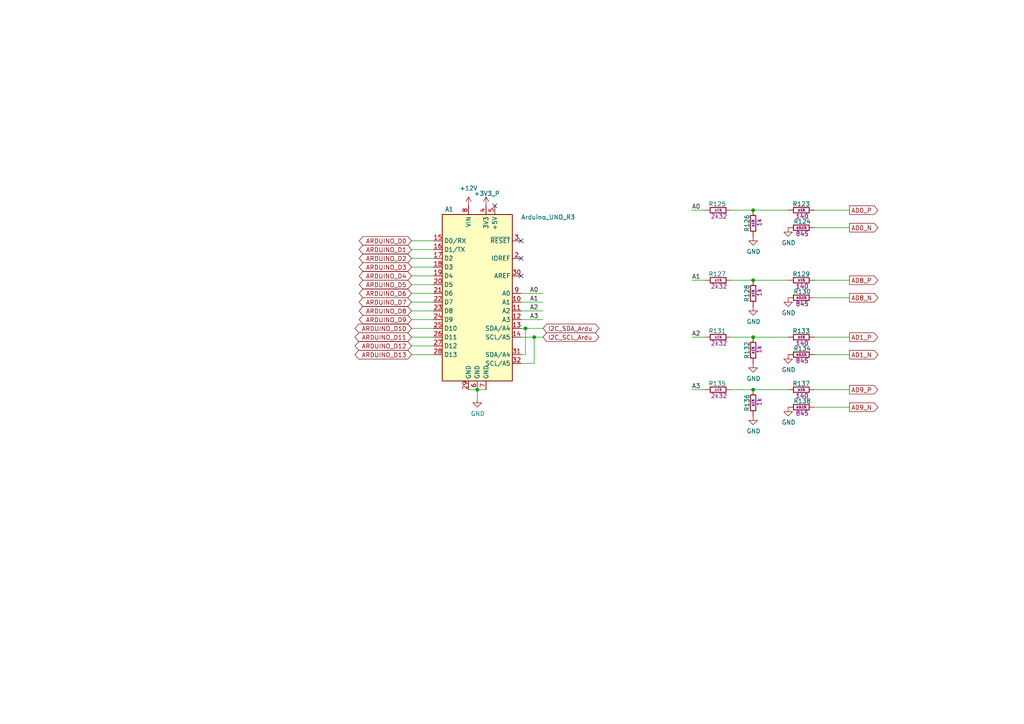
<source format=kicad_sch>
(kicad_sch (version 20250114) (generator "eeschema") (generator_version "9.0")
  (paper "A4")
  (title_block (date "2025-04-18") (rev "${rev}") (company "${name}") (comment 1 "${author}"))
  (lib_symbols
    (symbol "MCU_Module:Arduino_UNO_R3"
      (property "Reference" "A1" (at -9.398 24.384 0))
      (property "Value" "Arduino_UNO_R3" (at 12.7 22.098 0))
      (symbol "Arduino_UNO_R3_1_1"
        (pin bidirectional line (at -12.7 15.24 0) (length 2.54) (name "D0/RX") (number "15"))
        (pin bidirectional line (at -12.7 12.7 0) (length 2.54) (name "D1/TX") (number "16"))
        (pin bidirectional line (at -12.7 10.16 0) (length 2.54) (name "D2") (number "17"))
        (pin bidirectional line (at -12.7 7.62 0) (length 2.54) (name "D3") (number "18"))
        (pin bidirectional line (at -12.7 5.08 0) (length 2.54) (name "D4") (number "19"))
        (pin bidirectional line (at -12.7 2.54 0) (length 2.54) (name "D5") (number "20"))
        (pin bidirectional line (at -12.7 0 0) (length 2.54) (name "D6") (number "21"))
        (pin bidirectional line (at -12.7 -2.54 0) (length 2.54) (name "D7") (number "22"))
        (pin bidirectional line (at -12.7 -5.08 0) (length 2.54) (name "D8") (number "23"))
        (pin bidirectional line (at -12.7 -7.62 0) (length 2.54) (name "D9") (number "24"))
        (pin bidirectional line (at -12.7 -10.16 0) (length 2.54) (name "D10") (number "25"))
        (pin bidirectional line (at -12.7 -12.7 0) (length 2.54) (name "D11") (number "26"))
        (pin bidirectional line (at -12.7 -15.24 0) (length 2.54) (name "D12") (number "27"))
        (pin bidirectional line (at -12.7 -17.78 0) (length 2.54) (name "D13") (number "28"))
        (pin no_connect line (at -10.16 -20.32 0) (length 2.54) (hide yes) (name "NC") (number "1"))
        (pin power_in line (at -2.54 25.4 270) (length 2.54) (name "VIN") (number "8"))
        (pin power_in line (at -2.54 -27.94 90) (length 2.54) (name "GND") (number "29"))
        (pin power_in line (at 0 -27.94 90) (length 2.54) (name "GND") (number "6"))
        (pin power_in line (at 2.54 25.4 270) (length 2.54) (name "3V3") (number "4"))
        (pin power_in line (at 2.54 -27.94 90) (length 2.54) (name "GND") (number "7"))
        (pin power_out line (at 5.08 25.4 270) (length 2.54) (name "+5V") (number "5"))
        (pin input line (at 12.7 15.24 180) (length 2.54) (name "~{RESET}") (number "3"))
        (pin output line (at 12.7 10.16 180) (length 2.54) (name "IOREF") (number "2"))
        (pin input line (at 12.7 5.08 180) (length 2.54) (name "AREF") (number "30"))
        (pin bidirectional line (at 12.7 0 180) (length 2.54) (name "A0") (number "9"))
        (pin bidirectional line (at 12.7 -2.54 180) (length 2.54) (name "A1") (number "10"))
        (pin bidirectional line (at 12.7 -5.08 180) (length 2.54) (name "A2") (number "11"))
        (pin bidirectional line (at 12.7 -7.62 180) (length 2.54) (name "A3") (number "12"))
        (pin bidirectional line (at 12.7 -10.16 180) (length 2.54) (name "SDA/A4") (number "13"))
        (pin bidirectional line (at 12.7 -12.7 180) (length 2.54) (name "SCL/A5") (number "14"))
        (pin bidirectional line (at 12.7 -17.78 180) (length 2.54) (name "SDA/A4") (number "31"))
        (pin bidirectional line (at 12.7 -20.32 180) (length 2.54) (name "SCL/A5") (number "32"))
      )
    )
    (symbol "Resistors SMD:R0402_140R_1%_0.0625W_100PPM" (pin_names (offset 1.27))
      (property "Reference" "R" (at 3.81 1.778 0))
      (property "Tolerance" "±1%" (at 3.81 0 0))
      (property "Val" "140" (at 3.81 -1.778 0))
      (symbol "R0402_140R_1%_0.0625W_100PPM_0_1"
        (pin passive line (at 0 0 0) (length 1.524) (name "1") (number "1"))
        (pin passive line (at 7.62 0 180) (length 1.524) (name "2") (number "2"))
      )
    )
    (symbol "Resistors SMD:R0402_1K_1%_0.0625W_100PPM" (pin_names (offset 1.27))
      (property "Reference" "R" (at 3.81 1.778 0))
      (property "Tolerance" "±1%" (at 3.81 0 0))
      (property "Val" "1k" (at 3.81 -1.778 0))
      (symbol "R0402_1K_1%_0.0625W_100PPM_0_1"
        (pin passive line (at 0 0 0) (length 1.524) (name "1") (number "1"))
        (pin passive line (at 7.62 0 180) (length 1.524) (name "2") (number "2"))
      )
    )
    (symbol "Resistors SMD:R0402_2K_1%_0.0625W_100PPM" (pin_names (offset 1.27))
      (property "Reference" "R" (at 3.81 1.778 0))
      (property "Tolerance" "±1%" (at 3.81 0 0))
      (property "Val" "2k" (at 3.81 -1.778 0))
      (symbol "R0402_2K_1%_0.0625W_100PPM_0_1"
        (pin passive line (at 0 0 0) (length 1.524) (name "1") (number "1"))
        (pin passive line (at 7.62 0 180) (length 1.524) (name "2") (number "2"))
      )
    )
    (symbol "Resistors SMD:R0402_820R_0.1%_0.063W_25PPM" (pin_names (offset 1.27))
      (property "Reference" "R" (at 3.81 1.778 0))
      (property "Tolerance" "±0.1%" (at 3.81 0 0))
      (property "Val" "820" (at 3.81 -1.778 0))
      (symbol "R0402_820R_0.1%_0.063W_25PPM_0_1"
        (pin passive line (at 0 0 0) (length 1.524) (name "1") (number "1"))
        (pin passive line (at 7.62 0 180) (length 1.524) (name "2") (number "2"))
      )
    )
    (symbol "power:+12V" (power) (pin_numbers (hide yes)) (pin_names (offset 0) (hide yes))
      (property "Value" "+12V" (at 0 3.556 0))
      (symbol "+12V_1_1"
        (pin power_in line (at 0 0 90) (length 0) (name "~") (number "1"))
      )
    )
    (symbol "power:+1V0" (power) (pin_numbers (hide yes)) (pin_names (offset 0) (hide yes))
      (property "Value" "+1V0" (at 0 3.556 0))
      (symbol "+1V0_1_1"
        (pin power_in line (at 0 0 90) (length 0) (name "~") (number "1"))
      )
    )
    (symbol "power:GND" (power) (pin_names (offset 0))
      (property "Value" "GND" (at 0 -3.81 0))
      (symbol "GND_1_1"
        (pin power_in line (at 0 0 270) (length 0) (hide yes) (name "GND") (number "1"))
      )
    )
  )
  (junction (at 154.94 97.79))
  (junction (at 218.44 81.28))
  (junction (at 218.44 60.96))
  (junction (at 138.43 113.03))
  (junction (at 218.44 97.79))
  (junction (at 218.44 113.03))
  (junction (at 152.4 95.25))
  (no_connect (at 151.13 69.85))
  (no_connect (at 151.13 74.93))
  (no_connect (at 151.13 80.01))
  (no_connect (at 143.51 59.69))
  (wire (pts (xy 236.22 113.03) (xy 246.38 113.03)))
  (wire (pts (xy 212.09 97.79) (xy 218.44 97.79)))
  (wire (pts (xy 119.38 77.47) (xy 125.73 77.47)))
  (wire (pts (xy 212.09 113.03) (xy 218.44 113.03)))
  (wire (pts (xy 151.13 102.87) (xy 152.4 102.87)))
  (wire (pts (xy 151.13 97.79) (xy 154.94 97.79)))
  (wire (pts (xy 151.13 87.63) (xy 157.48 87.63)))
  (wire (pts (xy 236.22 66.04) (xy 246.38 66.04)))
  (wire (pts (xy 200.66 81.28) (xy 204.47 81.28)))
  (wire (pts (xy 200.66 113.03) (xy 204.47 113.03)))
  (wire (pts (xy 119.38 74.93) (xy 125.73 74.93)))
  (wire (pts (xy 119.38 97.79) (xy 125.73 97.79)))
  (wire (pts (xy 200.66 60.96) (xy 204.47 60.96)))
  (wire (pts (xy 236.22 86.36) (xy 246.38 86.36)))
  (wire (pts (xy 200.66 97.79) (xy 204.47 97.79)))
  (wire (pts (xy 151.13 90.17) (xy 157.48 90.17)))
  (wire (pts (xy 135.89 113.03) (xy 138.43 113.03)))
  (wire (pts (xy 119.38 90.17) (xy 125.73 90.17)))
  (wire (pts (xy 236.22 81.28) (xy 246.38 81.28)))
  (wire (pts (xy 151.13 92.71) (xy 157.48 92.71)))
  (wire (pts (xy 138.43 113.03) (xy 138.43 115.57)))
  (wire (pts (xy 236.22 97.79) (xy 246.38 97.79)))
  (wire (pts (xy 138.43 113.03) (xy 140.97 113.03)))
  (wire (pts (xy 212.09 60.96) (xy 218.44 60.96)))
  (wire (pts (xy 151.13 105.41) (xy 154.94 105.41)))
  (wire (pts (xy 218.44 113.03) (xy 228.6 113.03)))
  (wire (pts (xy 236.22 118.11) (xy 246.38 118.11)))
  (wire (pts (xy 152.4 102.87) (xy 152.4 95.25)))
  (wire (pts (xy 119.38 72.39) (xy 125.73 72.39)))
  (wire (pts (xy 151.13 85.09) (xy 157.48 85.09)))
  (wire (pts (xy 119.38 82.55) (xy 125.73 82.55)))
  (wire (pts (xy 218.44 81.28) (xy 228.6 81.28)))
  (wire (pts (xy 151.13 95.25) (xy 152.4 95.25)))
  (wire (pts (xy 119.38 69.85) (xy 125.73 69.85)))
  (wire (pts (xy 236.22 102.87) (xy 246.38 102.87)))
  (wire (pts (xy 119.38 100.33) (xy 125.73 100.33)))
  (wire (pts (xy 119.38 102.87) (xy 125.73 102.87)))
  (wire (pts (xy 154.94 97.79) (xy 154.94 105.41)))
  (wire (pts (xy 236.22 60.96) (xy 246.38 60.96)))
  (wire (pts (xy 218.44 97.79) (xy 228.6 97.79)))
  (wire (pts (xy 218.44 60.96) (xy 228.6 60.96)))
  (wire (pts (xy 119.38 80.01) (xy 125.73 80.01)))
  (wire (pts (xy 119.38 87.63) (xy 125.73 87.63)))
  (wire (pts (xy 119.38 95.25) (xy 125.73 95.25)))
  (wire (pts (xy 154.94 97.79) (xy 157.48 97.79)))
  (wire (pts (xy 119.38 85.09) (xy 125.73 85.09)))
  (wire (pts (xy 119.38 92.71) (xy 125.73 92.71)))
  (wire (pts (xy 152.4 95.25) (xy 157.48 95.25)))
  (wire (pts (xy 212.09 81.28) (xy 218.44 81.28)))
  (label "A1" (at 153.67 87.63 0))
  (label "A1" (at 200.66 81.28 0))
  (label "A3" (at 153.67 92.71 0))
  (label "A0" (at 200.66 60.96 0))
  (label "A2" (at 200.66 97.79 0))
  (label "A3" (at 200.66 113.03 0))
  (label "A0" (at 153.67 85.09 0))
  (label "A2" (at 153.67 90.17 0))
  (global_label "I2C_SCL_Ardu" (shape bidirectional) (at 157.48 97.79 0) (property "Intersheetrefs" "${INTERSHEET_REFS}" (effects (hide yes))))
  (global_label "ARDUINO_D8" (shape bidirectional) (at 119.38 90.17 180) (property "Intersheetrefs" "${INTERSHEET_REFS}" (effects (hide yes))))
  (global_label "AD9_P" (shape output) (at 246.38 113.03 0) (property "Intersheetrefs" "${INTERSHEET_REFS}" (effects (hide yes))))
  (global_label "AD0_P" (shape output) (at 246.38 60.96 0) (property "Intersheetrefs" "${INTERSHEET_REFS}" (effects (hide yes))))
  (global_label "AD1_N" (shape output) (at 246.38 102.87 0) (property "Intersheetrefs" "${INTERSHEET_REFS}" (effects (hide yes))))
  (global_label "ARDUINO_D13" (shape bidirectional) (at 119.38 102.87 180) (property "Intersheetrefs" "${INTERSHEET_REFS}" (effects (hide yes))))
  (global_label "ARDUINO_D0" (shape bidirectional) (at 119.38 69.85 180) (property "Intersheetrefs" "${INTERSHEET_REFS}" (effects (hide yes))))
  (global_label "ARDUINO_D5" (shape bidirectional) (at 119.38 82.55 180) (property "Intersheetrefs" "${INTERSHEET_REFS}" (effects (hide yes))))
  (global_label "ARDUINO_D1" (shape bidirectional) (at 119.38 72.39 180) (property "Intersheetrefs" "${INTERSHEET_REFS}" (effects (hide yes))))
  (global_label "AD9_N" (shape output) (at 246.38 118.11 0) (property "Intersheetrefs" "${INTERSHEET_REFS}" (effects (hide yes))))
  (global_label "AD8_P" (shape output) (at 246.38 81.28 0) (property "Intersheetrefs" "${INTERSHEET_REFS}" (effects (hide yes))))
  (global_label "ARDUINO_D9" (shape bidirectional) (at 119.38 92.71 180) (property "Intersheetrefs" "${INTERSHEET_REFS}" (effects (hide yes))))
  (global_label "ARDUINO_D11" (shape bidirectional) (at 119.38 97.79 180) (property "Intersheetrefs" "${INTERSHEET_REFS}" (effects (hide yes))))
  (global_label "ARDUINO_D2" (shape bidirectional) (at 119.38 74.93 180) (property "Intersheetrefs" "${INTERSHEET_REFS}" (effects (hide yes))))
  (global_label "ARDUINO_D12" (shape bidirectional) (at 119.38 100.33 180) (property "Intersheetrefs" "${INTERSHEET_REFS}" (effects (hide yes))))
  (global_label "ARDUINO_D4" (shape bidirectional) (at 119.38 80.01 180) (property "Intersheetrefs" "${INTERSHEET_REFS}" (effects (hide yes))))
  (global_label "ARDUINO_D10" (shape bidirectional) (at 119.38 95.25 180) (property "Intersheetrefs" "${INTERSHEET_REFS}" (effects (hide yes))))
  (global_label "AD8_N" (shape output) (at 246.38 86.36 0) (property "Intersheetrefs" "${INTERSHEET_REFS}" (effects (hide yes))))
  (global_label "ARDUINO_D3" (shape bidirectional) (at 119.38 77.47 180) (property "Intersheetrefs" "${INTERSHEET_REFS}" (effects (hide yes))))
  (global_label "AD1_P" (shape output) (at 246.38 97.79 0) (property "Intersheetrefs" "${INTERSHEET_REFS}" (effects (hide yes))))
  (global_label "ARDUINO_D6" (shape bidirectional) (at 119.38 85.09 180) (property "Intersheetrefs" "${INTERSHEET_REFS}" (effects (hide yes))))
  (global_label "ARDUINO_D7" (shape bidirectional) (at 119.38 87.63 180) (property "Intersheetrefs" "${INTERSHEET_REFS}" (effects (hide yes))))
  (global_label "AD0_N" (shape output) (at 246.38 66.04 0) (property "Intersheetrefs" "${INTERSHEET_REFS}" (effects (hide yes))))
  (global_label "I2C_SDA_Ardu" (shape bidirectional) (at 157.48 95.25 0) (property "Intersheetrefs" "${INTERSHEET_REFS}" (effects (hide yes))))
  (symbol (lib_id "Resistors SMD:R0402_820R_0.1%_0.063W_25PPM") (at 228.6 102.87 0) (unit 1)
    (property "Reference" "R134" (at 232.664 101.092 0))
    (property "Value" "R0402_845R_0.1%_0.063W_25PPM" (effects (hide yes)))
    (property "Footprint" "Resistors SMD:RESC1005X40N" (effects (hide yes)))
    (property "Datasheet" "\\\\cern.ch\\dfs\\Applications\\Altium\\Datasheets\\R0402_TYCO_CPF.pdf" (effects (hide yes)))
    (property "Description" "Thin Film Precision Resistor" (effects (hide yes)))
    (property "Tolerance" "±0.1%" (at 232.41 102.87 0) (effects (font (size 0.635 0.635))))
    (property "Val" "845" (at 232.664 104.648 0))
    (property "Part Number" "R0402_845R_0.1%_0.063W_25PPM" (effects (hide yes)))
    (property "Library Ref" "Resistor - 0.1%" (effects (hide yes)))
    (property "Library Path" "SchLib\\Resistors.SchLib" (effects (hide yes)))
    (property "Comment" "845" (effects (hide yes)))
    (property "Component Kind" "Standard" (effects (hide yes)))
    (property "Component Type" "Standard" (effects (hide yes)))
    (property "PackageDescription" " " (effects (hide yes)))
    (property "Pin Count" "2" (effects (hide yes)))
    (property "Footprint Path" "PcbLib\\Resistors SMD.PcbLib" (effects (hide yes)))
    (property "Footprint Ref" "RESC1005X40N" (effects (hide yes)))
    (property "Status" "Not Recommended" (effects (hide yes)))
    (property "Power" "0.063W" (effects (hide yes)))
    (property "TC" "±25ppm/°C" (effects (hide yes)))
    (property "Voltage" " " (effects (hide yes)))
    (property "Part Description" "Thin Film Precision Resistor" (effects (hide yes)))
    (property "Manufacturer" "GENERIC" (effects (hide yes)))
    (property "Manufacturer Part Number" "R0402_845R_0.1%_0.063W_25PPM" (effects (hide yes)))
    (property "Case" "0402" (effects (hide yes)))
    (property "PressFit" "No" (effects (hide yes)))
    (property "Mounted" "Yes" (effects (hide yes)))
    (property "Sense Comment" " " (effects (hide yes)))
    (property "Sense" "No" (effects (hide yes)))
    (property "Status Comment" " " (effects (hide yes)))
    (property "Socket" "No" (effects (hide yes)))
    (property "SMD" "Yes" (effects (hide yes)))
    (property "ComponentHeight" " " (effects (hide yes)))
    (property "Manufacturer1 Example" "TE CONNECTIVITY" (effects (hide yes)))
    (property "Manufacturer1 ComponentHeight" "0.4mm" (effects (hide yes)))
    (property "HelpURL" "\\\\cern.ch\\dfs\\Applications\\Altium\\Datasheets\\R0402_TYCO_CPF.pdf" (effects (hide yes)))
    (property "Author" "CERN DEM HF" (effects (hide yes)))
    (property "CreateDate" "05/25/23 00:00:00" (effects (hide yes)))
    (property "LatestRevisionDate" "05/25/23 00:00:00" (effects (hide yes)))
    (property "Database Table Name" "Resistors" (effects (hide yes)))
    (property "Library Name" "Resistors SMD" (effects (hide yes)))
    (property "Footprint Library" "Resistors SMD" (effects (hide yes)))
    (property "License" "CC-BY-SA 4.0" (effects (hide yes)))
  )
  (symbol (lib_id "Resistors SMD:R0402_140R_1%_0.0625W_100PPM") (at 228.6 113.03 0) (unit 1)
    (property "Reference" "R137" (at 232.41 111.252 0))
    (property "Value" "R0402_140R_1%_0.0625W_100PPM" (effects (hide yes)))
    (property "Footprint" "Resistors SMD:RESC1005X40N" (effects (hide yes)))
    (property "Datasheet" "\\\\cern.ch\\dfs\\Applications\\Altium\\Datasheets\\R0402_Phycomp_RC0402.pdf" (effects (hide yes)))
    (property "Description" "General Purpose Thick Film Chip Resistor" (effects (hide yes)))
    (property "Tolerance" "±1%" (at 232.41 113.03 0) (effects (font (size 0.635 0.635))))
    (property "Val" "140" (at 232.664 114.808 0))
    (property "Part Number" "R0402_140R_1%_0.0625W_100PPM" (effects (hide yes)))
    (property "Library Ref" "Resistor - 1%" (effects (hide yes)))
    (property "Library Path" "SchLib\\Resistors.SchLib" (effects (hide yes)))
    (property "Comment" "140" (effects (hide yes)))
    (property "Component Kind" "Standard" (effects (hide yes)))
    (property "Component Type" "Standard" (effects (hide yes)))
    (property "PackageDescription" " " (effects (hide yes)))
    (property "Pin Count" "2" (effects (hide yes)))
    (property "Footprint Path" "PcbLib\\Resistors SMD.PcbLib" (effects (hide yes)))
    (property "Footprint Ref" "RESC1005X40N" (effects (hide yes)))
    (property "Status" "Not Recommended" (effects (hide yes)))
    (property "Power" "0.0625W" (effects (hide yes)))
    (property "TC" "±100ppm/°C" (effects (hide yes)))
    (property "Voltage" " " (effects (hide yes)))
    (property "Part Description" "General Purpose Thick Film Chip Resistor" (effects (hide yes)))
    (property "Manufacturer" "GENERIC" (effects (hide yes)))
    (property "Manufacturer Part Number" "R0402_140R_1%_0.0625W_100PPM" (effects (hide yes)))
    (property "Case" "0402" (effects (hide yes)))
    (property "PressFit" "No" (effects (hide yes)))
    (property "Mounted" "Yes" (effects (hide yes)))
    (property "Sense Comment" " " (effects (hide yes)))
    (property "Sense" "No" (effects (hide yes)))
    (property "Status Comment" " " (effects (hide yes)))
    (property "Socket" "No" (effects (hide yes)))
    (property "SMD" "Yes" (effects (hide yes)))
    (property "ComponentHeight" " " (effects (hide yes)))
    (property "Manufacturer1 Example" "YAGEO PHYCOMP" (effects (hide yes)))
    (property "Manufacturer1 Part Number" "232270671401L or RC0402FR-07140RL" (effects (hide yes)))
    (property "Manufacturer1 ComponentHeight" "0.4mm" (effects (hide yes)))
    (property "HelpURL" "\\\\cern.ch\\dfs\\Applications\\Altium\\Datasheets\\R0402_Phycomp_RC0402.pdf" (effects (hide yes)))
    (property "Author" "CERN DEM BC" (effects (hide yes)))
    (property "CreateDate" "07/29/15 00:00:00" (effects (hide yes)))
    (property "LatestRevisionDate" "07/29/15 00:00:00" (effects (hide yes)))
    (property "Database Table Name" "Resistors" (effects (hide yes)))
    (property "Library Name" "Resistors SMD" (effects (hide yes)))
    (property "Footprint Library" "Resistors SMD" (effects (hide yes)))
    (property "License" "CC-BY-SA 4.0" (effects (hide yes)))
  )
  (symbol (lib_id "Resistors SMD:R0402_2K_1%_0.0625W_100PPM") (at 204.47 97.79 0) (unit 1)
    (property "Reference" "R131" (at 208.026 96.012 0))
    (property "Value" "R0402_2K32_1%_0.0625W_100PPM" (effects (hide yes)))
    (property "Footprint" "Resistors SMD:RESC1005X40N" (effects (hide yes)))
    (property "Datasheet" "\\\\cern.ch\\dfs\\Applications\\Altium\\Datasheets\\R0402_Phycomp_RC0402.pdf" (effects (hide yes)))
    (property "Description" "General Purpose Thick Film Chip Resistor" (effects (hide yes)))
    (property "Tolerance" "±1%" (at 208.28 97.79 0) (effects (font (size 0.635 0.635))))
    (property "Val" "2k32" (at 208.534 99.568 0))
    (property "Part Number" "R0402_2K32_1%_0.0625W_100PPM" (effects (hide yes)))
    (property "Library Ref" "Resistor - 1%" (effects (hide yes)))
    (property "Library Path" "SchLib\\Resistors.SchLib" (effects (hide yes)))
    (property "Comment" "2k" (effects (hide yes)))
    (property "Component Kind" "Standard" (effects (hide yes)))
    (property "Component Type" "Standard" (effects (hide yes)))
    (property "PackageDescription" " " (effects (hide yes)))
    (property "Pin Count" "2" (effects (hide yes)))
    (property "Footprint Path" "PcbLib\\Resistors SMD.PcbLib" (effects (hide yes)))
    (property "Footprint Ref" "RESC1005X40N" (effects (hide yes)))
    (property "Status" "Not Recommended" (effects (hide yes)))
    (property "Power" "0.0625W" (effects (hide yes)))
    (property "TC" "±100ppm/°C" (effects (hide yes)))
    (property "Voltage" " " (effects (hide yes)))
    (property "Part Description" "General Purpose Thick Film Chip Resistor" (effects (hide yes)))
    (property "Manufacturer" "GENERIC" (effects (hide yes)))
    (property "Manufacturer Part Number" "R0402_2K32_1%_0.0625W_100PPM" (effects (hide yes)))
    (property "Case" "0402" (effects (hide yes)))
    (property "PressFit" "No" (effects (hide yes)))
    (property "Mounted" "Yes" (effects (hide yes)))
    (property "Sense Comment" " " (effects (hide yes)))
    (property "Sense" "No" (effects (hide yes)))
    (property "Status Comment" " " (effects (hide yes)))
    (property "Socket" "No" (effects (hide yes)))
    (property "SMD" "Yes" (effects (hide yes)))
    (property "ComponentHeight" " " (effects (hide yes)))
    (property "Manufacturer1 Example" "YAGEO PHYCOMP" (effects (hide yes)))
    (property "Manufacturer1 ComponentHeight" "0.4mm" (effects (hide yes)))
    (property "HelpURL" "\\\\cern.ch\\dfs\\Applications\\Altium\\Datasheets\\R0402_Phycomp_RC0402.pdf" (effects (hide yes)))
    (property "Author" "CERN DEM JLC" (effects (hide yes)))
    (property "CreateDate" "12/03/07 00:00:00" (effects (hide yes)))
    (property "LatestRevisionDate" "10/17/12 00:00:00" (effects (hide yes)))
    (property "Database Table Name" "Resistors" (effects (hide yes)))
    (property "Library Name" "Resistors SMD" (effects (hide yes)))
    (property "Footprint Library" "Resistors SMD" (effects (hide yes)))
    (property "License" "CC-BY-SA 4.0" (effects (hide yes)))
  )
  (symbol (lib_id "Resistors SMD:R0402_2K_1%_0.0625W_100PPM") (at 204.47 60.96 0) (unit 1)
    (property "Reference" "R125" (at 208.026 59.182 0))
    (property "Value" "R0402_2K32_1%_0.0625W_100PPM" (effects (hide yes)))
    (property "Footprint" "Resistors SMD:RESC1005X40N" (effects (hide yes)))
    (property "Datasheet" "\\\\cern.ch\\dfs\\Applications\\Altium\\Datasheets\\R0402_Phycomp_RC0402.pdf" (effects (hide yes)))
    (property "Description" "General Purpose Thick Film Chip Resistor" (effects (hide yes)))
    (property "Tolerance" "±1%" (at 208.28 60.96 0) (effects (font (size 0.635 0.635))))
    (property "Val" "2k32" (at 208.534 62.738 0))
    (property "Part Number" "R0402_2K32_1%_0.0625W_100PPM" (effects (hide yes)))
    (property "Library Ref" "Resistor - 1%" (effects (hide yes)))
    (property "Library Path" "SchLib\\Resistors.SchLib" (effects (hide yes)))
    (property "Comment" "2k" (effects (hide yes)))
    (property "Component Kind" "Standard" (effects (hide yes)))
    (property "Component Type" "Standard" (effects (hide yes)))
    (property "PackageDescription" " " (effects (hide yes)))
    (property "Pin Count" "2" (effects (hide yes)))
    (property "Footprint Path" "PcbLib\\Resistors SMD.PcbLib" (effects (hide yes)))
    (property "Footprint Ref" "RESC1005X40N" (effects (hide yes)))
    (property "Status" "Not Recommended" (effects (hide yes)))
    (property "Power" "0.0625W" (effects (hide yes)))
    (property "TC" "±100ppm/°C" (effects (hide yes)))
    (property "Voltage" " " (effects (hide yes)))
    (property "Part Description" "General Purpose Thick Film Chip Resistor" (effects (hide yes)))
    (property "Manufacturer" "GENERIC" (effects (hide yes)))
    (property "Manufacturer Part Number" "R0402_2K32_1%_0.0625W_100PPM" (effects (hide yes)))
    (property "Case" "0402" (effects (hide yes)))
    (property "PressFit" "No" (effects (hide yes)))
    (property "Mounted" "Yes" (effects (hide yes)))
    (property "Sense Comment" " " (effects (hide yes)))
    (property "Sense" "No" (effects (hide yes)))
    (property "Status Comment" " " (effects (hide yes)))
    (property "Socket" "No" (effects (hide yes)))
    (property "SMD" "Yes" (effects (hide yes)))
    (property "ComponentHeight" " " (effects (hide yes)))
    (property "Manufacturer1 Example" "YAGEO PHYCOMP" (effects (hide yes)))
    (property "Manufacturer1 ComponentHeight" "0.4mm" (effects (hide yes)))
    (property "HelpURL" "\\\\cern.ch\\dfs\\Applications\\Altium\\Datasheets\\R0402_Phycomp_RC0402.pdf" (effects (hide yes)))
    (property "Author" "CERN DEM JLC" (effects (hide yes)))
    (property "CreateDate" "12/03/07 00:00:00" (effects (hide yes)))
    (property "LatestRevisionDate" "10/17/12 00:00:00" (effects (hide yes)))
    (property "Database Table Name" "Resistors" (effects (hide yes)))
    (property "Library Name" "Resistors SMD" (effects (hide yes)))
    (property "Footprint Library" "Resistors SMD" (effects (hide yes)))
    (property "License" "CC-BY-SA 4.0" (effects (hide yes)))
  )
  (symbol (lib_id "power:GND") (at 218.44 68.58 0) (unit 1)
    (property "Reference" "#PWR0286" (effects (hide yes)))
    (property "Value" "GND" (at 218.567 72.9742 0))
  )
  (symbol (lib_id "Resistors SMD:R0402_140R_1%_0.0625W_100PPM") (at 228.6 60.96 0) (unit 1)
    (property "Reference" "R123" (at 232.41 59.182 0))
    (property "Value" "R0402_140R_1%_0.0625W_100PPM" (effects (hide yes)))
    (property "Footprint" "Resistors SMD:RESC1005X40N" (effects (hide yes)))
    (property "Datasheet" "\\\\cern.ch\\dfs\\Applications\\Altium\\Datasheets\\R0402_Phycomp_RC0402.pdf" (effects (hide yes)))
    (property "Description" "General Purpose Thick Film Chip Resistor" (effects (hide yes)))
    (property "Tolerance" "±1%" (at 232.41 60.96 0) (effects (font (size 0.635 0.635))))
    (property "Val" "140" (at 232.664 62.738 0))
    (property "Part Number" "R0402_140R_1%_0.0625W_100PPM" (effects (hide yes)))
    (property "Library Ref" "Resistor - 1%" (effects (hide yes)))
    (property "Library Path" "SchLib\\Resistors.SchLib" (effects (hide yes)))
    (property "Comment" "140" (effects (hide yes)))
    (property "Component Kind" "Standard" (effects (hide yes)))
    (property "Component Type" "Standard" (effects (hide yes)))
    (property "PackageDescription" " " (effects (hide yes)))
    (property "Pin Count" "2" (effects (hide yes)))
    (property "Footprint Path" "PcbLib\\Resistors SMD.PcbLib" (effects (hide yes)))
    (property "Footprint Ref" "RESC1005X40N" (effects (hide yes)))
    (property "Status" "Not Recommended" (effects (hide yes)))
    (property "Power" "0.0625W" (effects (hide yes)))
    (property "TC" "±100ppm/°C" (effects (hide yes)))
    (property "Voltage" " " (effects (hide yes)))
    (property "Part Description" "General Purpose Thick Film Chip Resistor" (effects (hide yes)))
    (property "Manufacturer" "GENERIC" (effects (hide yes)))
    (property "Manufacturer Part Number" "R0402_140R_1%_0.0625W_100PPM" (effects (hide yes)))
    (property "Case" "0402" (effects (hide yes)))
    (property "PressFit" "No" (effects (hide yes)))
    (property "Mounted" "Yes" (effects (hide yes)))
    (property "Sense Comment" " " (effects (hide yes)))
    (property "Sense" "No" (effects (hide yes)))
    (property "Status Comment" " " (effects (hide yes)))
    (property "Socket" "No" (effects (hide yes)))
    (property "SMD" "Yes" (effects (hide yes)))
    (property "ComponentHeight" " " (effects (hide yes)))
    (property "Manufacturer1 Example" "YAGEO PHYCOMP" (effects (hide yes)))
    (property "Manufacturer1 Part Number" "232270671401L or RC0402FR-07140RL" (effects (hide yes)))
    (property "Manufacturer1 ComponentHeight" "0.4mm" (effects (hide yes)))
    (property "HelpURL" "\\\\cern.ch\\dfs\\Applications\\Altium\\Datasheets\\R0402_Phycomp_RC0402.pdf" (effects (hide yes)))
    (property "Author" "CERN DEM BC" (effects (hide yes)))
    (property "CreateDate" "07/29/15 00:00:00" (effects (hide yes)))
    (property "LatestRevisionDate" "07/29/15 00:00:00" (effects (hide yes)))
    (property "Database Table Name" "Resistors" (effects (hide yes)))
    (property "Library Name" "Resistors SMD" (effects (hide yes)))
    (property "Footprint Library" "Resistors SMD" (effects (hide yes)))
    (property "License" "CC-BY-SA 4.0" (effects (hide yes)))
  )
  (symbol (lib_id "Resistors SMD:R0402_2K_1%_0.0625W_100PPM") (at 204.47 113.03 0) (unit 1)
    (property "Reference" "R135" (at 208.026 111.252 0))
    (property "Value" "R0402_2K32_1%_0.0625W_100PPM" (effects (hide yes)))
    (property "Footprint" "Resistors SMD:RESC1005X40N" (effects (hide yes)))
    (property "Datasheet" "\\\\cern.ch\\dfs\\Applications\\Altium\\Datasheets\\R0402_Phycomp_RC0402.pdf" (effects (hide yes)))
    (property "Description" "General Purpose Thick Film Chip Resistor" (effects (hide yes)))
    (property "Tolerance" "±1%" (at 208.28 113.03 0) (effects (font (size 0.635 0.635))))
    (property "Val" "2k32" (at 208.534 114.808 0))
    (property "Part Number" "R0402_2K32_1%_0.0625W_100PPM" (effects (hide yes)))
    (property "Library Ref" "Resistor - 1%" (effects (hide yes)))
    (property "Library Path" "SchLib\\Resistors.SchLib" (effects (hide yes)))
    (property "Comment" "2k" (effects (hide yes)))
    (property "Component Kind" "Standard" (effects (hide yes)))
    (property "Component Type" "Standard" (effects (hide yes)))
    (property "PackageDescription" " " (effects (hide yes)))
    (property "Pin Count" "2" (effects (hide yes)))
    (property "Footprint Path" "PcbLib\\Resistors SMD.PcbLib" (effects (hide yes)))
    (property "Footprint Ref" "RESC1005X40N" (effects (hide yes)))
    (property "Status" "Not Recommended" (effects (hide yes)))
    (property "Power" "0.0625W" (effects (hide yes)))
    (property "TC" "±100ppm/°C" (effects (hide yes)))
    (property "Voltage" " " (effects (hide yes)))
    (property "Part Description" "General Purpose Thick Film Chip Resistor" (effects (hide yes)))
    (property "Manufacturer" "GENERIC" (effects (hide yes)))
    (property "Manufacturer Part Number" "R0402_2K32_1%_0.0625W_100PPM" (effects (hide yes)))
    (property "Case" "0402" (effects (hide yes)))
    (property "PressFit" "No" (effects (hide yes)))
    (property "Mounted" "Yes" (effects (hide yes)))
    (property "Sense Comment" " " (effects (hide yes)))
    (property "Sense" "No" (effects (hide yes)))
    (property "Status Comment" " " (effects (hide yes)))
    (property "Socket" "No" (effects (hide yes)))
    (property "SMD" "Yes" (effects (hide yes)))
    (property "ComponentHeight" " " (effects (hide yes)))
    (property "Manufacturer1 Example" "YAGEO PHYCOMP" (effects (hide yes)))
    (property "Manufacturer1 ComponentHeight" "0.4mm" (effects (hide yes)))
    (property "HelpURL" "\\\\cern.ch\\dfs\\Applications\\Altium\\Datasheets\\R0402_Phycomp_RC0402.pdf" (effects (hide yes)))
    (property "Author" "CERN DEM JLC" (effects (hide yes)))
    (property "CreateDate" "12/03/07 00:00:00" (effects (hide yes)))
    (property "LatestRevisionDate" "10/17/12 00:00:00" (effects (hide yes)))
    (property "Database Table Name" "Resistors" (effects (hide yes)))
    (property "Library Name" "Resistors SMD" (effects (hide yes)))
    (property "Footprint Library" "Resistors SMD" (effects (hide yes)))
    (property "License" "CC-BY-SA 4.0" (effects (hide yes)))
  )
  (symbol (lib_id "Resistors SMD:R0402_1K_1%_0.0625W_100PPM") (at 218.44 113.03 270) (unit 1)
    (property "Reference" "R136" (at 216.662 116.84 0))
    (property "Value" "R0402_1K_1%_0.0625W_100PPM" (effects (hide yes)))
    (property "Footprint" "Resistors SMD:RESC1005X40N" (effects (hide yes)))
    (property "Datasheet" "\\\\cern.ch\\dfs\\Applications\\Altium\\Datasheets\\R0402_Phycomp_RC0402.pdf" (effects (hide yes)))
    (property "Description" "General Purpose Thick Film Chip Resistor" (effects (hide yes)))
    (property "Tolerance" "±1%" (at 218.44 116.84 0) (effects (font (size 0.635 0.635))))
    (property "Val" "1k" (at 220.218 116.586 0))
    (property "Part Number" "R0402_1K_1%_0.0625W_100PPM" (effects (hide yes)))
    (property "Library Ref" "Resistor - 1%" (effects (hide yes)))
    (property "Library Path" "SchLib\\Resistors.SchLib" (effects (hide yes)))
    (property "Comment" "1k" (effects (hide yes)))
    (property "Component Kind" "Standard" (effects (hide yes)))
    (property "Component Type" "Standard" (effects (hide yes)))
    (property "PackageDescription" " " (effects (hide yes)))
    (property "Pin Count" "2" (effects (hide yes)))
    (property "Footprint Path" "PcbLib\\Resistors SMD.PcbLib" (effects (hide yes)))
    (property "Footprint Ref" "RESC1005X40N" (effects (hide yes)))
    (property "Status" "Not Recommended" (effects (hide yes)))
    (property "Power" "0.0625W" (effects (hide yes)))
    (property "TC" "±100ppm/°C" (effects (hide yes)))
    (property "Voltage" " " (effects (hide yes)))
    (property "Part Description" "General Purpose Thick Film Chip Resistor" (effects (hide yes)))
    (property "Manufacturer" "GENERIC" (effects (hide yes)))
    (property "Manufacturer Part Number" "R0402_1K_1%_0.0625W_100PPM" (effects (hide yes)))
    (property "Case" "0402" (effects (hide yes)))
    (property "PressFit" "No" (effects (hide yes)))
    (property "Mounted" "Yes" (effects (hide yes)))
    (property "Sense Comment" " " (effects (hide yes)))
    (property "Sense" "No" (effects (hide yes)))
    (property "Status Comment" " " (effects (hide yes)))
    (property "Socket" "No" (effects (hide yes)))
    (property "SMD" "Yes" (effects (hide yes)))
    (property "ComponentHeight" " " (effects (hide yes)))
    (property "Manufacturer1 Example" "YAGEO PHYCOMP" (effects (hide yes)))
    (property "Manufacturer1 Part Number" "232270671002L" (effects (hide yes)))
    (property "Manufacturer1 ComponentHeight" "0.4mm" (effects (hide yes)))
    (property "HelpURL" "\\\\cern.ch\\dfs\\Applications\\Altium\\Datasheets\\R0402_Phycomp_RC0402.pdf" (effects (hide yes)))
    (property "Author" "CERN DEM JLC" (effects (hide yes)))
    (property "CreateDate" "12/03/07 00:00:00" (effects (hide yes)))
    (property "LatestRevisionDate" "10/17/12 00:00:00" (effects (hide yes)))
    (property "Database Table Name" "Resistors" (effects (hide yes)))
    (property "Library Name" "Resistors SMD" (effects (hide yes)))
    (property "Footprint Library" "Resistors SMD" (effects (hide yes)))
    (property "License" "CC-BY-SA 4.0" (effects (hide yes)))
  )
  (symbol (lib_id "MCU_Module:Arduino_UNO_R3") (at 138.43 85.09 0) (unit 1)
    (property "Reference" "A1" (at 129.032 60.706 0) (effects (justify left)))
    (property "Value" "Arduino_UNO_R3" (at 151.13 62.992 0) (effects (justify left)))
    (property "Footprint" "Module:Arduino_UNO_R3" (effects (hide yes)))
    (property "Datasheet" "https://www.arduino.cc/en/Main/arduinoBoardUno" (effects (hide yes)))
    (property "Description" "Arduino UNO Microcontroller Module, release 3" (effects (hide yes)))
  )
  (symbol (lib_id "power:+12V") (at 135.89 59.69 0) (unit 1)
    (property "Reference" "#PWR0295" (effects (hide yes)))
    (property "Value" "+12V" (at 135.89 54.61 0))
    (property "Description" "Power symbol creates a global label with name \"+12V\"" (effects (hide yes)))
  )
  (symbol (lib_id "power:GND") (at 228.6 118.11 0) (unit 1)
    (property "Reference" "#PWR0292" (effects (hide yes)))
    (property "Value" "GND" (at 228.727 122.5042 0))
  )
  (symbol (lib_id "power:GND") (at 218.44 88.9 0) (unit 1)
    (property "Reference" "#PWR0287" (effects (hide yes)))
    (property "Value" "GND" (at 218.567 93.2942 0))
  )
  (symbol (lib_id "Resistors SMD:R0402_1K_1%_0.0625W_100PPM") (at 218.44 81.28 270) (unit 1)
    (property "Reference" "R128" (at 216.662 85.09 0))
    (property "Value" "R0402_1K_1%_0.0625W_100PPM" (effects (hide yes)))
    (property "Footprint" "Resistors SMD:RESC1005X40N" (effects (hide yes)))
    (property "Datasheet" "\\\\cern.ch\\dfs\\Applications\\Altium\\Datasheets\\R0402_Phycomp_RC0402.pdf" (effects (hide yes)))
    (property "Description" "General Purpose Thick Film Chip Resistor" (effects (hide yes)))
    (property "Tolerance" "±1%" (at 218.44 85.09 0) (effects (font (size 0.635 0.635))))
    (property "Val" "1k" (at 220.218 84.836 0))
    (property "Part Number" "R0402_1K_1%_0.0625W_100PPM" (effects (hide yes)))
    (property "Library Ref" "Resistor - 1%" (effects (hide yes)))
    (property "Library Path" "SchLib\\Resistors.SchLib" (effects (hide yes)))
    (property "Comment" "1k" (effects (hide yes)))
    (property "Component Kind" "Standard" (effects (hide yes)))
    (property "Component Type" "Standard" (effects (hide yes)))
    (property "PackageDescription" " " (effects (hide yes)))
    (property "Pin Count" "2" (effects (hide yes)))
    (property "Footprint Path" "PcbLib\\Resistors SMD.PcbLib" (effects (hide yes)))
    (property "Footprint Ref" "RESC1005X40N" (effects (hide yes)))
    (property "Status" "Not Recommended" (effects (hide yes)))
    (property "Power" "0.0625W" (effects (hide yes)))
    (property "TC" "±100ppm/°C" (effects (hide yes)))
    (property "Voltage" " " (effects (hide yes)))
    (property "Part Description" "General Purpose Thick Film Chip Resistor" (effects (hide yes)))
    (property "Manufacturer" "GENERIC" (effects (hide yes)))
    (property "Manufacturer Part Number" "R0402_1K_1%_0.0625W_100PPM" (effects (hide yes)))
    (property "Case" "0402" (effects (hide yes)))
    (property "PressFit" "No" (effects (hide yes)))
    (property "Mounted" "Yes" (effects (hide yes)))
    (property "Sense Comment" " " (effects (hide yes)))
    (property "Sense" "No" (effects (hide yes)))
    (property "Status Comment" " " (effects (hide yes)))
    (property "Socket" "No" (effects (hide yes)))
    (property "SMD" "Yes" (effects (hide yes)))
    (property "ComponentHeight" " " (effects (hide yes)))
    (property "Manufacturer1 Example" "YAGEO PHYCOMP" (effects (hide yes)))
    (property "Manufacturer1 Part Number" "232270671002L" (effects (hide yes)))
    (property "Manufacturer1 ComponentHeight" "0.4mm" (effects (hide yes)))
    (property "HelpURL" "\\\\cern.ch\\dfs\\Applications\\Altium\\Datasheets\\R0402_Phycomp_RC0402.pdf" (effects (hide yes)))
    (property "Author" "CERN DEM JLC" (effects (hide yes)))
    (property "CreateDate" "12/03/07 00:00:00" (effects (hide yes)))
    (property "LatestRevisionDate" "10/17/12 00:00:00" (effects (hide yes)))
    (property "Database Table Name" "Resistors" (effects (hide yes)))
    (property "Library Name" "Resistors SMD" (effects (hide yes)))
    (property "Footprint Library" "Resistors SMD" (effects (hide yes)))
    (property "License" "CC-BY-SA 4.0" (effects (hide yes)))
  )
  (symbol (lib_id "power:GND") (at 218.44 120.65 0) (unit 1)
    (property "Reference" "#PWR0291" (effects (hide yes)))
    (property "Value" "GND" (at 218.567 125.0442 0))
  )
  (symbol (lib_id "Resistors SMD:R0402_140R_1%_0.0625W_100PPM") (at 228.6 97.79 0) (unit 1)
    (property "Reference" "R133" (at 232.41 96.012 0))
    (property "Value" "R0402_140R_1%_0.0625W_100PPM" (effects (hide yes)))
    (property "Footprint" "Resistors SMD:RESC1005X40N" (effects (hide yes)))
    (property "Datasheet" "\\\\cern.ch\\dfs\\Applications\\Altium\\Datasheets\\R0402_Phycomp_RC0402.pdf" (effects (hide yes)))
    (property "Description" "General Purpose Thick Film Chip Resistor" (effects (hide yes)))
    (property "Tolerance" "±1%" (at 232.41 97.79 0) (effects (font (size 0.635 0.635))))
    (property "Val" "140" (at 232.664 99.568 0))
    (property "Part Number" "R0402_140R_1%_0.0625W_100PPM" (effects (hide yes)))
    (property "Library Ref" "Resistor - 1%" (effects (hide yes)))
    (property "Library Path" "SchLib\\Resistors.SchLib" (effects (hide yes)))
    (property "Comment" "140" (effects (hide yes)))
    (property "Component Kind" "Standard" (effects (hide yes)))
    (property "Component Type" "Standard" (effects (hide yes)))
    (property "PackageDescription" " " (effects (hide yes)))
    (property "Pin Count" "2" (effects (hide yes)))
    (property "Footprint Path" "PcbLib\\Resistors SMD.PcbLib" (effects (hide yes)))
    (property "Footprint Ref" "RESC1005X40N" (effects (hide yes)))
    (property "Status" "Not Recommended" (effects (hide yes)))
    (property "Power" "0.0625W" (effects (hide yes)))
    (property "TC" "±100ppm/°C" (effects (hide yes)))
    (property "Voltage" " " (effects (hide yes)))
    (property "Part Description" "General Purpose Thick Film Chip Resistor" (effects (hide yes)))
    (property "Manufacturer" "GENERIC" (effects (hide yes)))
    (property "Manufacturer Part Number" "R0402_140R_1%_0.0625W_100PPM" (effects (hide yes)))
    (property "Case" "0402" (effects (hide yes)))
    (property "PressFit" "No" (effects (hide yes)))
    (property "Mounted" "Yes" (effects (hide yes)))
    (property "Sense Comment" " " (effects (hide yes)))
    (property "Sense" "No" (effects (hide yes)))
    (property "Status Comment" " " (effects (hide yes)))
    (property "Socket" "No" (effects (hide yes)))
    (property "SMD" "Yes" (effects (hide yes)))
    (property "ComponentHeight" " " (effects (hide yes)))
    (property "Manufacturer1 Example" "YAGEO PHYCOMP" (effects (hide yes)))
    (property "Manufacturer1 Part Number" "232270671401L or RC0402FR-07140RL" (effects (hide yes)))
    (property "Manufacturer1 ComponentHeight" "0.4mm" (effects (hide yes)))
    (property "HelpURL" "\\\\cern.ch\\dfs\\Applications\\Altium\\Datasheets\\R0402_Phycomp_RC0402.pdf" (effects (hide yes)))
    (property "Author" "CERN DEM BC" (effects (hide yes)))
    (property "CreateDate" "07/29/15 00:00:00" (effects (hide yes)))
    (property "LatestRevisionDate" "07/29/15 00:00:00" (effects (hide yes)))
    (property "Database Table Name" "Resistors" (effects (hide yes)))
    (property "Library Name" "Resistors SMD" (effects (hide yes)))
    (property "Footprint Library" "Resistors SMD" (effects (hide yes)))
    (property "License" "CC-BY-SA 4.0" (effects (hide yes)))
  )
  (symbol (lib_id "Resistors SMD:R0402_820R_0.1%_0.063W_25PPM") (at 228.6 118.11 0) (unit 1)
    (property "Reference" "R138" (at 232.664 116.332 0))
    (property "Value" "R0402_845R_0.1%_0.063W_25PPM" (effects (hide yes)))
    (property "Footprint" "Resistors SMD:RESC1005X40N" (effects (hide yes)))
    (property "Datasheet" "\\\\cern.ch\\dfs\\Applications\\Altium\\Datasheets\\R0402_TYCO_CPF.pdf" (effects (hide yes)))
    (property "Description" "Thin Film Precision Resistor" (effects (hide yes)))
    (property "Tolerance" "±0.1%" (at 232.41 118.11 0) (effects (font (size 0.635 0.635))))
    (property "Val" "845" (at 232.664 119.888 0))
    (property "Part Number" "R0402_845R_0.1%_0.063W_25PPM" (effects (hide yes)))
    (property "Library Ref" "Resistor - 0.1%" (effects (hide yes)))
    (property "Library Path" "SchLib\\Resistors.SchLib" (effects (hide yes)))
    (property "Comment" "845" (effects (hide yes)))
    (property "Component Kind" "Standard" (effects (hide yes)))
    (property "Component Type" "Standard" (effects (hide yes)))
    (property "PackageDescription" " " (effects (hide yes)))
    (property "Pin Count" "2" (effects (hide yes)))
    (property "Footprint Path" "PcbLib\\Resistors SMD.PcbLib" (effects (hide yes)))
    (property "Footprint Ref" "RESC1005X40N" (effects (hide yes)))
    (property "Status" "Not Recommended" (effects (hide yes)))
    (property "Power" "0.063W" (effects (hide yes)))
    (property "TC" "±25ppm/°C" (effects (hide yes)))
    (property "Voltage" " " (effects (hide yes)))
    (property "Part Description" "Thin Film Precision Resistor" (effects (hide yes)))
    (property "Manufacturer" "GENERIC" (effects (hide yes)))
    (property "Manufacturer Part Number" "R0402_845R_0.1%_0.063W_25PPM" (effects (hide yes)))
    (property "Case" "0402" (effects (hide yes)))
    (property "PressFit" "No" (effects (hide yes)))
    (property "Mounted" "Yes" (effects (hide yes)))
    (property "Sense Comment" " " (effects (hide yes)))
    (property "Sense" "No" (effects (hide yes)))
    (property "Status Comment" " " (effects (hide yes)))
    (property "Socket" "No" (effects (hide yes)))
    (property "SMD" "Yes" (effects (hide yes)))
    (property "ComponentHeight" " " (effects (hide yes)))
    (property "Manufacturer1 Example" "TE CONNECTIVITY" (effects (hide yes)))
    (property "Manufacturer1 ComponentHeight" "0.4mm" (effects (hide yes)))
    (property "HelpURL" "\\\\cern.ch\\dfs\\Applications\\Altium\\Datasheets\\R0402_TYCO_CPF.pdf" (effects (hide yes)))
    (property "Author" "CERN DEM HF" (effects (hide yes)))
    (property "CreateDate" "05/25/23 00:00:00" (effects (hide yes)))
    (property "LatestRevisionDate" "05/25/23 00:00:00" (effects (hide yes)))
    (property "Database Table Name" "Resistors" (effects (hide yes)))
    (property "Library Name" "Resistors SMD" (effects (hide yes)))
    (property "Footprint Library" "Resistors SMD" (effects (hide yes)))
    (property "License" "CC-BY-SA 4.0" (effects (hide yes)))
  )
  (symbol (lib_id "power:GND") (at 228.6 66.04 0) (unit 1)
    (property "Reference" "#PWR0285" (effects (hide yes)))
    (property "Value" "GND" (at 228.727 70.4342 0))
  )
  (symbol (lib_id "Resistors SMD:R0402_820R_0.1%_0.063W_25PPM") (at 228.6 66.04 0) (unit 1)
    (property "Reference" "R124" (at 232.664 64.262 0))
    (property "Value" "R0402_845R_0.1%_0.063W_25PPM" (effects (hide yes)))
    (property "Footprint" "Resistors SMD:RESC1005X40N" (effects (hide yes)))
    (property "Datasheet" "\\\\cern.ch\\dfs\\Applications\\Altium\\Datasheets\\R0402_TYCO_CPF.pdf" (effects (hide yes)))
    (property "Description" "Thin Film Precision Resistor" (effects (hide yes)))
    (property "Tolerance" "±0.1%" (at 232.41 66.04 0) (effects (font (size 0.635 0.635))))
    (property "Val" "845" (at 232.664 67.818 0))
    (property "Part Number" "R0402_845R_0.1%_0.063W_25PPM" (effects (hide yes)))
    (property "Library Ref" "Resistor - 0.1%" (effects (hide yes)))
    (property "Library Path" "SchLib\\Resistors.SchLib" (effects (hide yes)))
    (property "Comment" "845" (effects (hide yes)))
    (property "Component Kind" "Standard" (effects (hide yes)))
    (property "Component Type" "Standard" (effects (hide yes)))
    (property "PackageDescription" " " (effects (hide yes)))
    (property "Pin Count" "2" (effects (hide yes)))
    (property "Footprint Path" "PcbLib\\Resistors SMD.PcbLib" (effects (hide yes)))
    (property "Footprint Ref" "RESC1005X40N" (effects (hide yes)))
    (property "Status" "Not Recommended" (effects (hide yes)))
    (property "Power" "0.063W" (effects (hide yes)))
    (property "TC" "±25ppm/°C" (effects (hide yes)))
    (property "Voltage" " " (effects (hide yes)))
    (property "Part Description" "Thin Film Precision Resistor" (effects (hide yes)))
    (property "Manufacturer" "GENERIC" (effects (hide yes)))
    (property "Manufacturer Part Number" "R0402_845R_0.1%_0.063W_25PPM" (effects (hide yes)))
    (property "Case" "0402" (effects (hide yes)))
    (property "PressFit" "No" (effects (hide yes)))
    (property "Mounted" "Yes" (effects (hide yes)))
    (property "Sense Comment" " " (effects (hide yes)))
    (property "Sense" "No" (effects (hide yes)))
    (property "Status Comment" " " (effects (hide yes)))
    (property "Socket" "No" (effects (hide yes)))
    (property "SMD" "Yes" (effects (hide yes)))
    (property "ComponentHeight" " " (effects (hide yes)))
    (property "Manufacturer1 Example" "TE CONNECTIVITY" (effects (hide yes)))
    (property "Manufacturer1 ComponentHeight" "0.4mm" (effects (hide yes)))
    (property "HelpURL" "\\\\cern.ch\\dfs\\Applications\\Altium\\Datasheets\\R0402_TYCO_CPF.pdf" (effects (hide yes)))
    (property "Author" "CERN DEM HF" (effects (hide yes)))
    (property "CreateDate" "05/25/23 00:00:00" (effects (hide yes)))
    (property "LatestRevisionDate" "05/25/23 00:00:00" (effects (hide yes)))
    (property "Database Table Name" "Resistors" (effects (hide yes)))
    (property "Library Name" "Resistors SMD" (effects (hide yes)))
    (property "Footprint Library" "Resistors SMD" (effects (hide yes)))
    (property "License" "CC-BY-SA 4.0" (effects (hide yes)))
  )
  (symbol (lib_id "power:GND") (at 228.6 102.87 0) (unit 1)
    (property "Reference" "#PWR0290" (effects (hide yes)))
    (property "Value" "GND" (at 228.727 107.2642 0))
  )
  (symbol (lib_id "Resistors SMD:R0402_1K_1%_0.0625W_100PPM") (at 218.44 60.96 270) (unit 1)
    (property "Reference" "R126" (at 216.662 64.77 0))
    (property "Value" "R0402_1K_1%_0.0625W_100PPM" (effects (hide yes)))
    (property "Footprint" "Resistors SMD:RESC1005X40N" (effects (hide yes)))
    (property "Datasheet" "\\\\cern.ch\\dfs\\Applications\\Altium\\Datasheets\\R0402_Phycomp_RC0402.pdf" (effects (hide yes)))
    (property "Description" "General Purpose Thick Film Chip Resistor" (effects (hide yes)))
    (property "Tolerance" "±1%" (at 218.44 64.77 0) (effects (font (size 0.635 0.635))))
    (property "Val" "1k" (at 220.218 64.516 0))
    (property "Part Number" "R0402_1K_1%_0.0625W_100PPM" (effects (hide yes)))
    (property "Library Ref" "Resistor - 1%" (effects (hide yes)))
    (property "Library Path" "SchLib\\Resistors.SchLib" (effects (hide yes)))
    (property "Comment" "1k" (effects (hide yes)))
    (property "Component Kind" "Standard" (effects (hide yes)))
    (property "Component Type" "Standard" (effects (hide yes)))
    (property "PackageDescription" " " (effects (hide yes)))
    (property "Pin Count" "2" (effects (hide yes)))
    (property "Footprint Path" "PcbLib\\Resistors SMD.PcbLib" (effects (hide yes)))
    (property "Footprint Ref" "RESC1005X40N" (effects (hide yes)))
    (property "Status" "Not Recommended" (effects (hide yes)))
    (property "Power" "0.0625W" (effects (hide yes)))
    (property "TC" "±100ppm/°C" (effects (hide yes)))
    (property "Voltage" " " (effects (hide yes)))
    (property "Part Description" "General Purpose Thick Film Chip Resistor" (effects (hide yes)))
    (property "Manufacturer" "GENERIC" (effects (hide yes)))
    (property "Manufacturer Part Number" "R0402_1K_1%_0.0625W_100PPM" (effects (hide yes)))
    (property "Case" "0402" (effects (hide yes)))
    (property "PressFit" "No" (effects (hide yes)))
    (property "Mounted" "Yes" (effects (hide yes)))
    (property "Sense Comment" " " (effects (hide yes)))
    (property "Sense" "No" (effects (hide yes)))
    (property "Status Comment" " " (effects (hide yes)))
    (property "Socket" "No" (effects (hide yes)))
    (property "SMD" "Yes" (effects (hide yes)))
    (property "ComponentHeight" " " (effects (hide yes)))
    (property "Manufacturer1 Example" "YAGEO PHYCOMP" (effects (hide yes)))
    (property "Manufacturer1 Part Number" "232270671002L" (effects (hide yes)))
    (property "Manufacturer1 ComponentHeight" "0.4mm" (effects (hide yes)))
    (property "HelpURL" "\\\\cern.ch\\dfs\\Applications\\Altium\\Datasheets\\R0402_Phycomp_RC0402.pdf" (effects (hide yes)))
    (property "Author" "CERN DEM JLC" (effects (hide yes)))
    (property "CreateDate" "12/03/07 00:00:00" (effects (hide yes)))
    (property "LatestRevisionDate" "10/17/12 00:00:00" (effects (hide yes)))
    (property "Database Table Name" "Resistors" (effects (hide yes)))
    (property "Library Name" "Resistors SMD" (effects (hide yes)))
    (property "Footprint Library" "Resistors SMD" (effects (hide yes)))
    (property "License" "CC-BY-SA 4.0" (effects (hide yes)))
  )
  (symbol (lib_id "power:GND") (at 228.6 86.36 0) (unit 1)
    (property "Reference" "#PWR0288" (effects (hide yes)))
    (property "Value" "GND" (at 228.727 90.7542 0))
  )
  (symbol (lib_id "Resistors SMD:R0402_2K_1%_0.0625W_100PPM") (at 204.47 81.28 0) (unit 1)
    (property "Reference" "R127" (at 208.026 79.502 0))
    (property "Value" "R0402_2K32_1%_0.0625W_100PPM" (effects (hide yes)))
    (property "Footprint" "Resistors SMD:RESC1005X40N" (effects (hide yes)))
    (property "Datasheet" "\\\\cern.ch\\dfs\\Applications\\Altium\\Datasheets\\R0402_Phycomp_RC0402.pdf" (effects (hide yes)))
    (property "Description" "General Purpose Thick Film Chip Resistor" (effects (hide yes)))
    (property "Tolerance" "±1%" (at 208.28 81.28 0) (effects (font (size 0.635 0.635))))
    (property "Val" "2k32" (at 208.534 83.058 0))
    (property "Part Number" "R0402_2K32_1%_0.0625W_100PPM" (effects (hide yes)))
    (property "Library Ref" "Resistor - 1%" (effects (hide yes)))
    (property "Library Path" "SchLib\\Resistors.SchLib" (effects (hide yes)))
    (property "Comment" "2k" (effects (hide yes)))
    (property "Component Kind" "Standard" (effects (hide yes)))
    (property "Component Type" "Standard" (effects (hide yes)))
    (property "PackageDescription" " " (effects (hide yes)))
    (property "Pin Count" "2" (effects (hide yes)))
    (property "Footprint Path" "PcbLib\\Resistors SMD.PcbLib" (effects (hide yes)))
    (property "Footprint Ref" "RESC1005X40N" (effects (hide yes)))
    (property "Status" "Not Recommended" (effects (hide yes)))
    (property "Power" "0.0625W" (effects (hide yes)))
    (property "TC" "±100ppm/°C" (effects (hide yes)))
    (property "Voltage" " " (effects (hide yes)))
    (property "Part Description" "General Purpose Thick Film Chip Resistor" (effects (hide yes)))
    (property "Manufacturer" "GENERIC" (effects (hide yes)))
    (property "Manufacturer Part Number" "R0402_2K32_1%_0.0625W_100PPM" (effects (hide yes)))
    (property "Case" "0402" (effects (hide yes)))
    (property "PressFit" "No" (effects (hide yes)))
    (property "Mounted" "Yes" (effects (hide yes)))
    (property "Sense Comment" " " (effects (hide yes)))
    (property "Sense" "No" (effects (hide yes)))
    (property "Status Comment" " " (effects (hide yes)))
    (property "Socket" "No" (effects (hide yes)))
    (property "SMD" "Yes" (effects (hide yes)))
    (property "ComponentHeight" " " (effects (hide yes)))
    (property "Manufacturer1 Example" "YAGEO PHYCOMP" (effects (hide yes)))
    (property "Manufacturer1 ComponentHeight" "0.4mm" (effects (hide yes)))
    (property "HelpURL" "\\\\cern.ch\\dfs\\Applications\\Altium\\Datasheets\\R0402_Phycomp_RC0402.pdf" (effects (hide yes)))
    (property "Author" "CERN DEM JLC" (effects (hide yes)))
    (property "CreateDate" "12/03/07 00:00:00" (effects (hide yes)))
    (property "LatestRevisionDate" "10/17/12 00:00:00" (effects (hide yes)))
    (property "Database Table Name" "Resistors" (effects (hide yes)))
    (property "Library Name" "Resistors SMD" (effects (hide yes)))
    (property "Footprint Library" "Resistors SMD" (effects (hide yes)))
    (property "License" "CC-BY-SA 4.0" (effects (hide yes)))
  )
  (symbol (lib_id "power:GND") (at 218.44 105.41 0) (unit 1)
    (property "Reference" "#PWR0289" (effects (hide yes)))
    (property "Value" "GND" (at 218.567 109.8042 0))
  )
  (symbol (lib_id "Resistors SMD:R0402_140R_1%_0.0625W_100PPM") (at 228.6 81.28 0) (unit 1)
    (property "Reference" "R129" (at 232.41 79.502 0))
    (property "Value" "R0402_140R_1%_0.0625W_100PPM" (effects (hide yes)))
    (property "Footprint" "Resistors SMD:RESC1005X40N" (effects (hide yes)))
    (property "Datasheet" "\\\\cern.ch\\dfs\\Applications\\Altium\\Datasheets\\R0402_Phycomp_RC0402.pdf" (effects (hide yes)))
    (property "Description" "General Purpose Thick Film Chip Resistor" (effects (hide yes)))
    (property "Tolerance" "±1%" (at 232.41 81.28 0) (effects (font (size 0.635 0.635))))
    (property "Val" "140" (at 232.664 83.058 0))
    (property "Part Number" "R0402_140R_1%_0.0625W_100PPM" (effects (hide yes)))
    (property "Library Ref" "Resistor - 1%" (effects (hide yes)))
    (property "Library Path" "SchLib\\Resistors.SchLib" (effects (hide yes)))
    (property "Comment" "140" (effects (hide yes)))
    (property "Component Kind" "Standard" (effects (hide yes)))
    (property "Component Type" "Standard" (effects (hide yes)))
    (property "PackageDescription" " " (effects (hide yes)))
    (property "Pin Count" "2" (effects (hide yes)))
    (property "Footprint Path" "PcbLib\\Resistors SMD.PcbLib" (effects (hide yes)))
    (property "Footprint Ref" "RESC1005X40N" (effects (hide yes)))
    (property "Status" "Not Recommended" (effects (hide yes)))
    (property "Power" "0.0625W" (effects (hide yes)))
    (property "TC" "±100ppm/°C" (effects (hide yes)))
    (property "Voltage" " " (effects (hide yes)))
    (property "Part Description" "General Purpose Thick Film Chip Resistor" (effects (hide yes)))
    (property "Manufacturer" "GENERIC" (effects (hide yes)))
    (property "Manufacturer Part Number" "R0402_140R_1%_0.0625W_100PPM" (effects (hide yes)))
    (property "Case" "0402" (effects (hide yes)))
    (property "PressFit" "No" (effects (hide yes)))
    (property "Mounted" "Yes" (effects (hide yes)))
    (property "Sense Comment" " " (effects (hide yes)))
    (property "Sense" "No" (effects (hide yes)))
    (property "Status Comment" " " (effects (hide yes)))
    (property "Socket" "No" (effects (hide yes)))
    (property "SMD" "Yes" (effects (hide yes)))
    (property "ComponentHeight" " " (effects (hide yes)))
    (property "Manufacturer1 Example" "YAGEO PHYCOMP" (effects (hide yes)))
    (property "Manufacturer1 Part Number" "232270671401L or RC0402FR-07140RL" (effects (hide yes)))
    (property "Manufacturer1 ComponentHeight" "0.4mm" (effects (hide yes)))
    (property "HelpURL" "\\\\cern.ch\\dfs\\Applications\\Altium\\Datasheets\\R0402_Phycomp_RC0402.pdf" (effects (hide yes)))
    (property "Author" "CERN DEM BC" (effects (hide yes)))
    (property "CreateDate" "07/29/15 00:00:00" (effects (hide yes)))
    (property "LatestRevisionDate" "07/29/15 00:00:00" (effects (hide yes)))
    (property "Database Table Name" "Resistors" (effects (hide yes)))
    (property "Library Name" "Resistors SMD" (effects (hide yes)))
    (property "Footprint Library" "Resistors SMD" (effects (hide yes)))
    (property "License" "CC-BY-SA 4.0" (effects (hide yes)))
  )
  (symbol (lib_id "power:+1V0") (at 140.97 59.69 0) (unit 1)
    (property "Reference" "#PWR0294" (effects (hide yes)))
    (property "Value" "+3V3_P" (at 141.224 56.134 0))
    (property "Description" "Power symbol creates a global label with name \"+1V0\"" (effects (hide yes)))
  )
  (symbol (lib_id "Resistors SMD:R0402_820R_0.1%_0.063W_25PPM") (at 228.6 86.36 0) (unit 1)
    (property "Reference" "R130" (at 232.664 84.582 0))
    (property "Value" "R0402_845R_0.1%_0.063W_25PPM" (effects (hide yes)))
    (property "Footprint" "Resistors SMD:RESC1005X40N" (effects (hide yes)))
    (property "Datasheet" "\\\\cern.ch\\dfs\\Applications\\Altium\\Datasheets\\R0402_TYCO_CPF.pdf" (effects (hide yes)))
    (property "Description" "Thin Film Precision Resistor" (effects (hide yes)))
    (property "Tolerance" "±0.1%" (at 232.41 86.36 0) (effects (font (size 0.635 0.635))))
    (property "Val" "845" (at 232.664 88.138 0))
    (property "Part Number" "R0402_845R_0.1%_0.063W_25PPM" (effects (hide yes)))
    (property "Library Ref" "Resistor - 0.1%" (effects (hide yes)))
    (property "Library Path" "SchLib\\Resistors.SchLib" (effects (hide yes)))
    (property "Comment" "845" (effects (hide yes)))
    (property "Component Kind" "Standard" (effects (hide yes)))
    (property "Component Type" "Standard" (effects (hide yes)))
    (property "PackageDescription" " " (effects (hide yes)))
    (property "Pin Count" "2" (effects (hide yes)))
    (property "Footprint Path" "PcbLib\\Resistors SMD.PcbLib" (effects (hide yes)))
    (property "Footprint Ref" "RESC1005X40N" (effects (hide yes)))
    (property "Status" "Not Recommended" (effects (hide yes)))
    (property "Power" "0.063W" (effects (hide yes)))
    (property "TC" "±25ppm/°C" (effects (hide yes)))
    (property "Voltage" " " (effects (hide yes)))
    (property "Part Description" "Thin Film Precision Resistor" (effects (hide yes)))
    (property "Manufacturer" "GENERIC" (effects (hide yes)))
    (property "Manufacturer Part Number" "R0402_845R_0.1%_0.063W_25PPM" (effects (hide yes)))
    (property "Case" "0402" (effects (hide yes)))
    (property "PressFit" "No" (effects (hide yes)))
    (property "Mounted" "Yes" (effects (hide yes)))
    (property "Sense Comment" " " (effects (hide yes)))
    (property "Sense" "No" (effects (hide yes)))
    (property "Status Comment" " " (effects (hide yes)))
    (property "Socket" "No" (effects (hide yes)))
    (property "SMD" "Yes" (effects (hide yes)))
    (property "ComponentHeight" " " (effects (hide yes)))
    (property "Manufacturer1 Example" "TE CONNECTIVITY" (effects (hide yes)))
    (property "Manufacturer1 ComponentHeight" "0.4mm" (effects (hide yes)))
    (property "HelpURL" "\\\\cern.ch\\dfs\\Applications\\Altium\\Datasheets\\R0402_TYCO_CPF.pdf" (effects (hide yes)))
    (property "Author" "CERN DEM HF" (effects (hide yes)))
    (property "CreateDate" "05/25/23 00:00:00" (effects (hide yes)))
    (property "LatestRevisionDate" "05/25/23 00:00:00" (effects (hide yes)))
    (property "Database Table Name" "Resistors" (effects (hide yes)))
    (property "Library Name" "Resistors SMD" (effects (hide yes)))
    (property "Footprint Library" "Resistors SMD" (effects (hide yes)))
    (property "License" "CC-BY-SA 4.0" (effects (hide yes)))
  )
  (symbol (lib_id "Resistors SMD:R0402_1K_1%_0.0625W_100PPM") (at 218.44 97.79 270) (unit 1)
    (property "Reference" "R132" (at 216.662 101.6 0))
    (property "Value" "R0402_1K_1%_0.0625W_100PPM" (effects (hide yes)))
    (property "Footprint" "Resistors SMD:RESC1005X40N" (effects (hide yes)))
    (property "Datasheet" "\\\\cern.ch\\dfs\\Applications\\Altium\\Datasheets\\R0402_Phycomp_RC0402.pdf" (effects (hide yes)))
    (property "Description" "General Purpose Thick Film Chip Resistor" (effects (hide yes)))
    (property "Tolerance" "±1%" (at 218.44 101.6 0) (effects (font (size 0.635 0.635))))
    (property "Val" "1k" (at 220.218 101.346 0))
    (property "Part Number" "R0402_1K_1%_0.0625W_100PPM" (effects (hide yes)))
    (property "Library Ref" "Resistor - 1%" (effects (hide yes)))
    (property "Library Path" "SchLib\\Resistors.SchLib" (effects (hide yes)))
    (property "Comment" "1k" (effects (hide yes)))
    (property "Component Kind" "Standard" (effects (hide yes)))
    (property "Component Type" "Standard" (effects (hide yes)))
    (property "PackageDescription" " " (effects (hide yes)))
    (property "Pin Count" "2" (effects (hide yes)))
    (property "Footprint Path" "PcbLib\\Resistors SMD.PcbLib" (effects (hide yes)))
    (property "Footprint Ref" "RESC1005X40N" (effects (hide yes)))
    (property "Status" "Not Recommended" (effects (hide yes)))
    (property "Power" "0.0625W" (effects (hide yes)))
    (property "TC" "±100ppm/°C" (effects (hide yes)))
    (property "Voltage" " " (effects (hide yes)))
    (property "Part Description" "General Purpose Thick Film Chip Resistor" (effects (hide yes)))
    (property "Manufacturer" "GENERIC" (effects (hide yes)))
    (property "Manufacturer Part Number" "R0402_1K_1%_0.0625W_100PPM" (effects (hide yes)))
    (property "Case" "0402" (effects (hide yes)))
    (property "PressFit" "No" (effects (hide yes)))
    (property "Mounted" "Yes" (effects (hide yes)))
    (property "Sense Comment" " " (effects (hide yes)))
    (property "Sense" "No" (effects (hide yes)))
    (property "Status Comment" " " (effects (hide yes)))
    (property "Socket" "No" (effects (hide yes)))
    (property "SMD" "Yes" (effects (hide yes)))
    (property "ComponentHeight" " " (effects (hide yes)))
    (property "Manufacturer1 Example" "YAGEO PHYCOMP" (effects (hide yes)))
    (property "Manufacturer1 Part Number" "232270671002L" (effects (hide yes)))
    (property "Manufacturer1 ComponentHeight" "0.4mm" (effects (hide yes)))
    (property "HelpURL" "\\\\cern.ch\\dfs\\Applications\\Altium\\Datasheets\\R0402_Phycomp_RC0402.pdf" (effects (hide yes)))
    (property "Author" "CERN DEM JLC" (effects (hide yes)))
    (property "CreateDate" "12/03/07 00:00:00" (effects (hide yes)))
    (property "LatestRevisionDate" "10/17/12 00:00:00" (effects (hide yes)))
    (property "Database Table Name" "Resistors" (effects (hide yes)))
    (property "Library Name" "Resistors SMD" (effects (hide yes)))
    (property "Footprint Library" "Resistors SMD" (effects (hide yes)))
    (property "License" "CC-BY-SA 4.0" (effects (hide yes)))
  )
  (symbol (lib_id "power:GND") (at 138.43 115.57 0) (unit 1)
    (property "Reference" "#PWR0284" (effects (hide yes)))
    (property "Value" "GND" (at 138.557 119.9642 0))
  )
)
</source>
